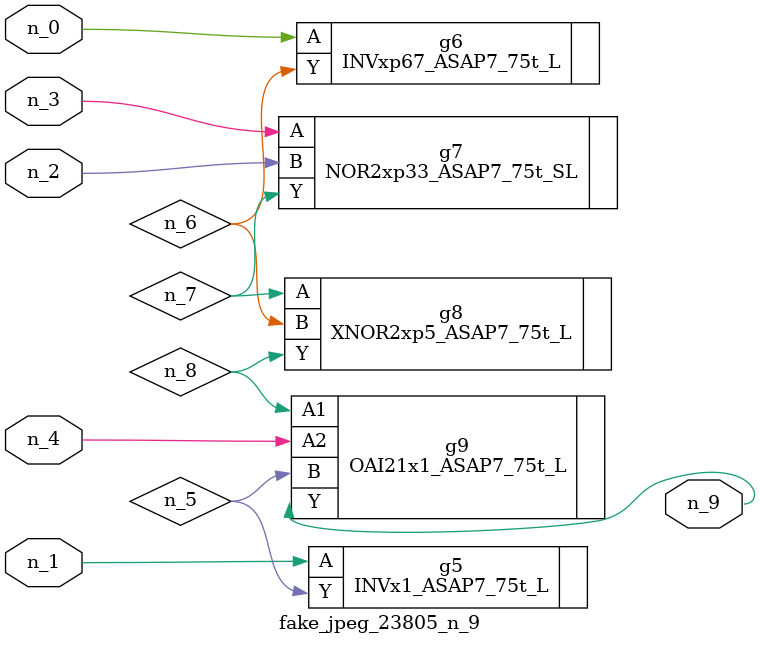
<source format=v>
module fake_jpeg_23805_n_9 (n_3, n_2, n_1, n_0, n_4, n_9);

input n_3;
input n_2;
input n_1;
input n_0;
input n_4;

output n_9;

wire n_8;
wire n_6;
wire n_5;
wire n_7;

INVx1_ASAP7_75t_L g5 ( 
.A(n_1),
.Y(n_5)
);

INVxp67_ASAP7_75t_L g6 ( 
.A(n_0),
.Y(n_6)
);

NOR2xp33_ASAP7_75t_SL g7 ( 
.A(n_3),
.B(n_2),
.Y(n_7)
);

XNOR2xp5_ASAP7_75t_L g8 ( 
.A(n_7),
.B(n_6),
.Y(n_8)
);

OAI21x1_ASAP7_75t_L g9 ( 
.A1(n_8),
.A2(n_4),
.B(n_5),
.Y(n_9)
);


endmodule
</source>
